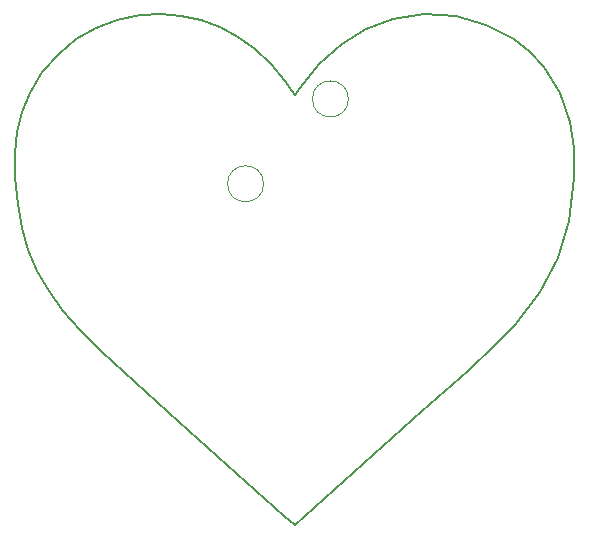
<source format=gm1>
G04 #@! TF.GenerationSoftware,KiCad,Pcbnew,(7.0.0)*
G04 #@! TF.CreationDate,2023-04-27T15:14:50-06:00*
G04 #@! TF.ProjectId,Fonocardiograma_V3C,466f6e6f-6361-4726-9469-6f6772616d61,rev?*
G04 #@! TF.SameCoordinates,Original*
G04 #@! TF.FileFunction,Profile,NP*
%FSLAX46Y46*%
G04 Gerber Fmt 4.6, Leading zero omitted, Abs format (unit mm)*
G04 Created by KiCad (PCBNEW (7.0.0)) date 2023-04-27 15:14:50*
%MOMM*%
%LPD*%
G01*
G04 APERTURE LIST*
G04 #@! TA.AperFunction,Profile*
%ADD10C,0.166000*%
G04 #@! TD*
G04 #@! TA.AperFunction,Profile*
%ADD11C,0.120000*%
G04 #@! TD*
G04 APERTURE END LIST*
D10*
X87687719Y-46960331D02*
X85739525Y-47360979D01*
X77316403Y-62949833D02*
X77682040Y-64954389D01*
X89445912Y-46857917D02*
X87687719Y-46960331D01*
X123080455Y-67497092D02*
X124012620Y-64368842D01*
X123214606Y-53531559D02*
X121846545Y-51351602D01*
X91169628Y-46999006D02*
X89445912Y-46857917D01*
X117847691Y-74816734D02*
X119381965Y-73219667D01*
X100785887Y-53755002D02*
X100540812Y-53430536D01*
X80780792Y-50218902D02*
X79406109Y-51777957D01*
X77698164Y-55130722D02*
X77279396Y-56822607D01*
X77279396Y-56822607D02*
X77089000Y-58674000D01*
X94454056Y-47984413D02*
X92843974Y-47376778D01*
X111755584Y-46871616D02*
X109079234Y-47273490D01*
X98749776Y-51118282D02*
X97421851Y-49861985D01*
X90989466Y-81375769D02*
X99888663Y-89343985D01*
X116992113Y-47760389D02*
X114430025Y-47040164D01*
X77089000Y-58674000D02*
X77112956Y-60766438D01*
X124454030Y-60766424D02*
X124451509Y-58194757D01*
X119381965Y-73219667D02*
X121567061Y-70373318D01*
X102850829Y-51088610D02*
X101219906Y-53143846D01*
X119331400Y-49013545D02*
X116992113Y-47760389D01*
X95984980Y-48815088D02*
X94454056Y-47984413D01*
X121846545Y-51351602D02*
X120664820Y-50105010D01*
X78980564Y-68589931D02*
X79953790Y-70302393D01*
X92843974Y-47376778D02*
X91169628Y-46999006D01*
X99888663Y-89343985D02*
X100783920Y-90148921D01*
X101219906Y-53143846D02*
X100785887Y-53755002D01*
X83927240Y-48043158D02*
X82268463Y-48998567D01*
X78230037Y-66820842D02*
X78980564Y-68589931D01*
X111575606Y-80509232D02*
X115465794Y-77087151D01*
X84411355Y-75507394D02*
X90989466Y-81375769D01*
X81169884Y-71998966D02*
X82649016Y-73720388D01*
X115465794Y-77087151D02*
X117847691Y-74816734D01*
X97421851Y-49861985D02*
X95984980Y-48815088D01*
X106833382Y-48113924D02*
X104739617Y-49398800D01*
X124451509Y-58194757D02*
X124112228Y-55980145D01*
X77682040Y-64954389D02*
X78230037Y-66820842D01*
X99953859Y-52577156D02*
X98749776Y-51118282D01*
X120664820Y-50105010D02*
X119331400Y-49013545D01*
X82268463Y-48998567D02*
X80780792Y-50218902D01*
X114430025Y-47040164D02*
X111755584Y-46871616D01*
X77112956Y-60766438D02*
X77316403Y-62949833D01*
X79406109Y-51777957D02*
X78359324Y-53516802D01*
X101679220Y-89343770D02*
X111575606Y-80509232D01*
X78359324Y-53516802D02*
X77698164Y-55130722D01*
X100783920Y-90148921D02*
X100783963Y-90148920D01*
X85739525Y-47360979D02*
X83927240Y-48043158D01*
X124112228Y-55980145D02*
X123214606Y-53531559D01*
X100783963Y-90148920D02*
X101679220Y-89343770D01*
X82649016Y-73720388D02*
X84411355Y-75507394D01*
X109079234Y-47273490D02*
X106833382Y-48113924D01*
X124012620Y-64368842D02*
X124454030Y-60766424D01*
X79953790Y-70302393D02*
X81169884Y-71998966D01*
X104739617Y-49398800D02*
X102850829Y-51088610D01*
X100540812Y-53430536D02*
X99953859Y-52577156D01*
X121567061Y-70373318D02*
X123080455Y-67497092D01*
D11*
X98130252Y-61245457D02*
G75*
G03*
X98130252Y-61245457I-1524000J0D01*
G01*
X105314457Y-54061252D02*
G75*
G03*
X105314457Y-54061252I-1524000J0D01*
G01*
M02*

</source>
